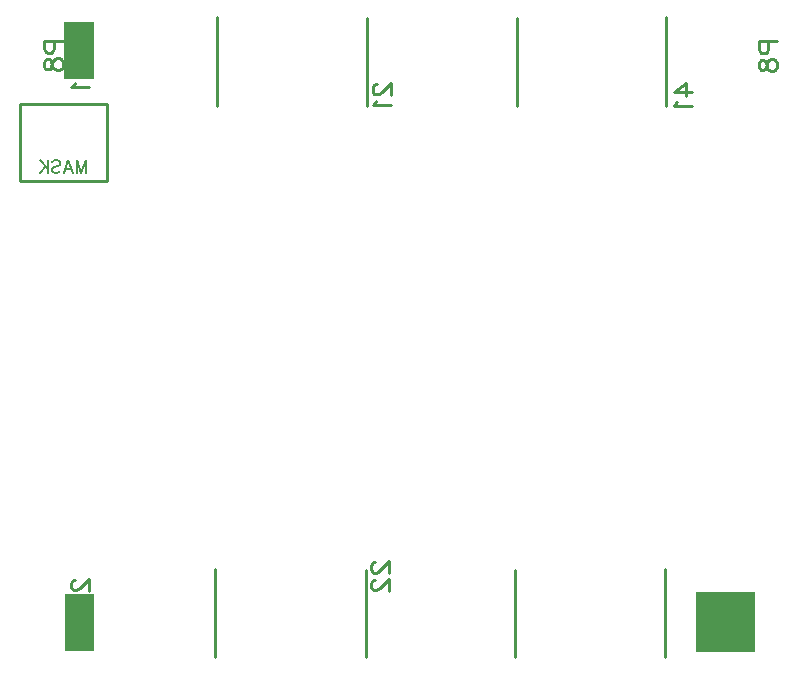
<source format=gbo>
G04 DipTrace 3.3.1.3*
G04 Powerboardv05.gbo*
%MOMM*%
G04 #@! TF.FileFunction,Legend,Bot*
G04 #@! TF.Part,Single*
%ADD10C,0.25*%
%ADD14C,0.254*%
%ADD117C,0.23529*%
%ADD118C,0.15686*%
%FSLAX35Y35*%
G04*
G71*
G90*
G75*
G01*
G04 BotSilk*
%LPD*%
X1637745Y454896D2*
D10*
Y-292366D1*
X2912298Y448291D2*
X2912883Y-292366D1*
X4179250Y448291D2*
Y-292366D1*
X5445034Y457097D2*
Y-292366D1*
G36*
X5708714Y259667D2*
X6210350D1*
Y-248728D1*
X5708714D1*
Y259667D1*
G37*
G36*
X363777Y243785D2*
X612256D1*
Y-237799D1*
X363777D1*
Y243785D1*
G37*
X1650860Y5126585D2*
D10*
Y4379230D1*
X2924454Y5119788D2*
X2925718Y4379230D1*
X4192356Y5119788D2*
Y4379230D1*
X5458361Y5128593D2*
Y4379230D1*
G36*
X360824Y5085572D2*
X609346D1*
Y4603529D1*
X360824D1*
Y5085572D1*
G37*
X-10000Y4390000D2*
D14*
X720000D1*
Y3740000D1*
X-10000D1*
Y4390000D1*
X466300Y3813059D2*
D118*
Y3915147D1*
X505159Y3813059D1*
X544017Y3915147D1*
Y3813059D1*
X357098D2*
X396069Y3915147D1*
X434928Y3813059D1*
X420328Y3847088D2*
X371698D1*
X257667Y3900547D2*
X267326Y3910317D1*
X281926Y3915147D1*
X301355D1*
X315955Y3910317D1*
X325726Y3900547D1*
Y3890888D1*
X320784Y3881117D1*
X315955Y3876288D1*
X306297Y3871459D1*
X277097Y3861688D1*
X267326Y3856859D1*
X262497Y3851917D1*
X257667Y3842259D1*
Y3827659D1*
X267326Y3818000D1*
X281926Y3813059D1*
X301355D1*
X315955Y3818000D1*
X325726Y3827659D1*
X226295Y3915147D2*
Y3813059D1*
X158236Y3915147D2*
X226295Y3847088D1*
X202036Y3871459D2*
X158236Y3813059D1*
X452023Y363906D2*
D117*
X444779D1*
X430123Y356662D1*
X422879Y349418D1*
X415635Y334762D1*
Y305618D1*
X422879Y291131D1*
X430123Y283887D1*
X444779Y276475D1*
X459267D1*
X473923Y283887D1*
X495655Y298375D1*
X568598Y371318D1*
Y269231D1*
X2991775Y513052D2*
X2984531D1*
X2969875Y505809D1*
X2962631Y498565D1*
X2955387Y483909D1*
Y454765D1*
X2962631Y440277D1*
X2969875Y433033D1*
X2984531Y425621D1*
X2999018D1*
X3013675Y433033D1*
X3035406Y447521D1*
X3108350Y520465D1*
Y418377D1*
X2991775Y363906D2*
X2984531D1*
X2969874Y356662D1*
X2962631Y349418D1*
X2955387Y334762D1*
Y305618D1*
X2962631Y291131D1*
X2969874Y283887D1*
X2984531Y276475D1*
X2999018D1*
X3013674Y283887D1*
X3035406Y298375D1*
X3108350Y371318D1*
Y269231D1*
X273270Y4929850D2*
Y4864150D1*
X266026Y4842418D1*
X258613Y4835006D1*
X244126Y4827762D1*
X222226D1*
X207738Y4835006D1*
X200326Y4842418D1*
X193082Y4864150D1*
Y4929850D1*
X346213D1*
X193250Y4744316D2*
X200494Y4766047D1*
X214982Y4773459D1*
X229638D1*
X244126Y4766047D1*
X251538Y4751559D1*
X258782Y4722416D1*
X266026Y4700516D1*
X280682Y4686028D1*
X295169Y4678784D1*
X317069D1*
X331557Y4686028D1*
X338970Y4693272D1*
X346213Y4715172D1*
Y4744315D1*
X338970Y4766047D1*
X331557Y4773459D1*
X317070Y4780703D1*
X295170D1*
X280682Y4773459D1*
X266026Y4758803D1*
X258782Y4737072D1*
X251538Y4707928D1*
X244126Y4693272D1*
X229638Y4686028D1*
X214982D1*
X200494Y4693272D1*
X193250Y4715172D1*
Y4744316D1*
X6321259Y4923053D2*
Y4857353D1*
X6314016Y4835621D1*
X6306603Y4828209D1*
X6292116Y4820965D1*
X6270216D1*
X6255728Y4828209D1*
X6248316Y4835621D1*
X6241072Y4857353D1*
Y4923053D1*
X6394203D1*
X6241240Y4737519D2*
X6248484Y4759250D1*
X6262972Y4766662D1*
X6277628D1*
X6292116Y4759250D1*
X6299528Y4744762D1*
X6306772Y4715619D1*
X6314016Y4693719D1*
X6328672Y4679231D1*
X6343159Y4671987D1*
X6365059D1*
X6379547Y4679231D1*
X6386959Y4686475D1*
X6394203Y4708375D1*
Y4737518D1*
X6386959Y4759250D1*
X6379547Y4766662D1*
X6365059Y4773906D1*
X6343159D1*
X6328672Y4766662D1*
X6314016Y4752006D1*
X6306772Y4730275D1*
X6299528Y4701131D1*
X6292116Y4686475D1*
X6277628Y4679231D1*
X6262972D1*
X6248484Y4686475D1*
X6241240Y4708375D1*
Y4737519D1*
X450047Y4569669D2*
X442635Y4555013D1*
X420904Y4533113D1*
X573867D1*
X3007009Y4562257D2*
X2999765D1*
X2985109Y4555013D1*
X2977865Y4547769D1*
X2970621Y4533113D1*
Y4503969D1*
X2977865Y4489482D1*
X2985109Y4482238D1*
X2999765Y4474825D1*
X3014252D1*
X3028909Y4482238D1*
X3050640Y4496725D1*
X3123584Y4569669D1*
Y4467581D1*
X2999765Y4420523D2*
X2992352Y4405867D1*
X2970621Y4383967D1*
X3123584D1*
X5672669Y4496786D2*
X5519706D1*
X5621625Y4569730D1*
Y4460398D1*
X5548849Y4413340D2*
X5541437Y4398684D1*
X5519706Y4376784D1*
X5672669D1*
M02*

</source>
